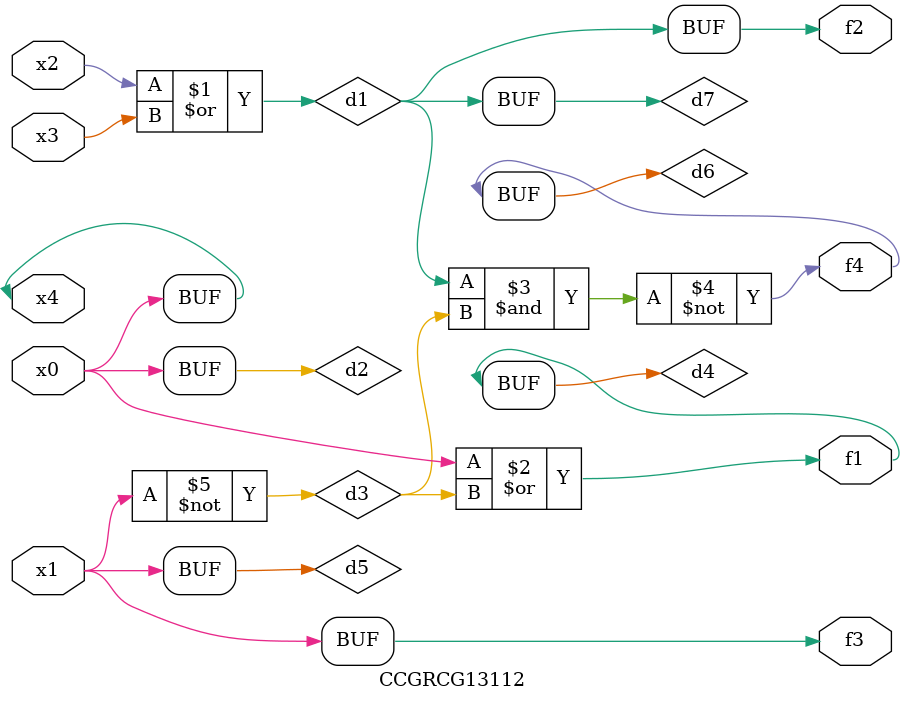
<source format=v>
module CCGRCG13112(
	input x0, x1, x2, x3, x4,
	output f1, f2, f3, f4
);

	wire d1, d2, d3, d4, d5, d6, d7;

	or (d1, x2, x3);
	buf (d2, x0, x4);
	not (d3, x1);
	or (d4, d2, d3);
	not (d5, d3);
	nand (d6, d1, d3);
	or (d7, d1);
	assign f1 = d4;
	assign f2 = d7;
	assign f3 = d5;
	assign f4 = d6;
endmodule

</source>
